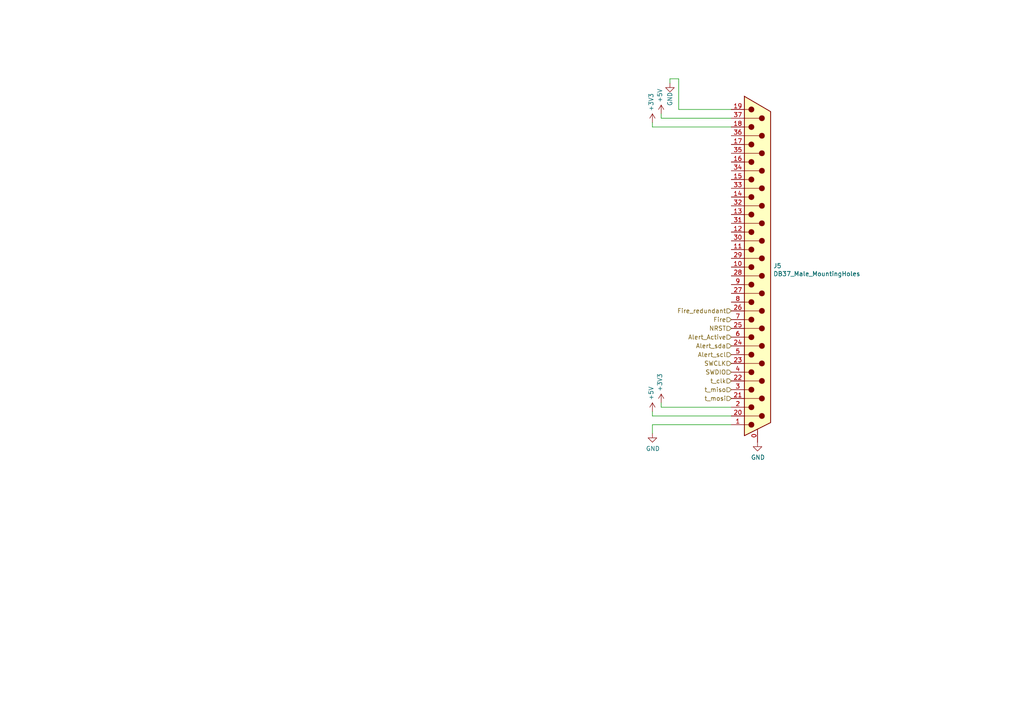
<source format=kicad_sch>
(kicad_sch (version 20211123) (generator eeschema)
  (paper "A4")
  (title_block (title "DSUB Connector") (date "2022-03-24") (rev "v2.0.0") (company "When HAMs Fly Senior Design Team") (comment 1 "https://github.com/MSTRocketDesignTeam/Avionics-Telemetry-PCB") (comment 2 "Board Revision 2") (comment 3 "Schematic depicting logical connections between components"))
  (lib_symbols
    (symbol "Connector:DB37_Male_MountingHoles" (pin_names (offset 1.016) hide)
      (property "Reference" "J" (at 0 52.705 0))
      (property "Value" "DB37_Male_MountingHoles" (at 0 50.8 0))
      (symbol "DB37_Male_MountingHoles_0_1"
        (circle (center -1.778 -45.72) (radius 0.762) (fill (type outline)))
        (circle (center -1.778 -40.64) (radius 0.762) (fill (type outline)))
        (circle (center -1.778 -35.56) (radius 0.762) (fill (type outline)))
        (circle (center -1.778 -30.48) (radius 0.762) (fill (type outline)))
        (circle (center -1.778 -25.4) (radius 0.762) (fill (type outline)))
        (circle (center -1.778 -20.32) (radius 0.762) (fill (type outline)))
        (circle (center -1.778 -15.24) (radius 0.762) (fill (type outline)))
        (circle (center -1.778 -10.16) (radius 0.762) (fill (type outline)))
        (circle (center -1.778 -5.08) (radius 0.762) (fill (type outline)))
        (circle (center -1.778 0) (radius 0.762) (fill (type outline)))
        (circle (center -1.778 5.08) (radius 0.762) (fill (type outline)))
        (circle (center -1.778 10.16) (radius 0.762) (fill (type outline)))
        (circle (center -1.778 15.24) (radius 0.762) (fill (type outline)))
        (circle (center -1.778 20.32) (radius 0.762) (fill (type outline)))
        (circle (center -1.778 25.4) (radius 0.762) (fill (type outline)))
        (circle (center -1.778 30.48) (radius 0.762) (fill (type outline)))
        (circle (center -1.778 35.56) (radius 0.762) (fill (type outline)))
        (circle (center -1.778 40.64) (radius 0.762) (fill (type outline)))
        (circle (center -1.778 45.72) (radius 0.762) (fill (type outline)))
        (polyline (pts (xy -3.81 -45.72) (xy -2.54 -45.72)))
        (polyline (pts (xy -3.81 -43.18) (xy 0.508 -43.18)))
        (polyline (pts (xy -3.81 -40.64) (xy -2.54 -40.64)))
        (polyline (pts (xy -3.81 -38.1) (xy 0.508 -38.1)))
        (polyline (pts (xy -3.81 -35.56) (xy -2.54 -35.56)))
        (polyline (pts (xy -3.81 -33.02) (xy 0.508 -33.02)))
        (polyline (pts (xy -3.81 -30.48) (xy -2.54 -30.48)))
        (polyline (pts (xy -3.81 -27.94) (xy 0.508 -27.94)))
        (polyline (pts (xy -3.81 -25.4) (xy -2.54 -25.4)))
        (polyline (pts (xy -3.81 -22.86) (xy 0.508 -22.86)))
        (polyline (pts (xy -3.81 -20.32) (xy -2.54 -20.32)))
        (polyline (pts (xy -3.81 -17.78) (xy 0.508 -17.78)))
        (polyline (pts (xy -3.81 -15.24) (xy -2.54 -15.24)))
        (polyline (pts (xy -3.81 -12.7) (xy 0.508 -12.7)))
        (polyline (pts (xy -3.81 -10.16) (xy -2.54 -10.16)))
        (polyline (pts (xy -3.81 -7.62) (xy 0.508 -7.62)))
        (polyline (pts (xy -3.81 -5.08) (xy -2.54 -5.08)))
        (polyline (pts (xy -3.81 -2.54) (xy 0.508 -2.54)))
        (polyline (pts (xy -3.81 0) (xy -2.54 0)))
        (polyline (pts (xy -3.81 2.54) (xy 0.508 2.54)))
        (polyline (pts (xy -3.81 5.08) (xy -2.54 5.08)))
        (polyline (pts (xy -3.81 7.62) (xy 0.508 7.62)))
        (polyline (pts (xy -3.81 10.16) (xy -2.54 10.16)))
        (polyline (pts (xy -3.81 12.7) (xy 0.508 12.7)))
        (polyline (pts (xy -3.81 15.24) (xy -2.54 15.24)))
        (polyline (pts (xy -3.81 17.78) (xy 0.508 17.78)))
        (polyline (pts (xy -3.81 20.32) (xy -2.54 20.32)))
        (polyline (pts (xy -3.81 22.86) (xy 0.508 22.86)))
        (polyline (pts (xy -3.81 25.4) (xy -2.54 25.4)))
        (polyline (pts (xy -3.81 27.94) (xy 0.508 27.94)))
        (polyline (pts (xy -3.81 30.48) (xy -2.54 30.48)))
        (polyline (pts (xy -3.81 33.02) (xy 0.508 33.02)))
        (polyline (pts (xy -3.81 35.56) (xy -2.54 35.56)))
        (polyline (pts (xy -3.81 38.1) (xy 0.508 38.1)))
        (polyline (pts (xy -3.81 40.64) (xy -2.54 40.64)))
        (polyline (pts (xy -3.81 43.18) (xy 0.508 43.18)))
        (polyline (pts (xy -3.81 45.72) (xy -2.54 45.72)))
        (polyline (pts (xy -3.81 49.53) (xy 3.81 45.085) (xy 3.81 -45.085) (xy -3.81 -48.895) (xy -3.81 49.53)) (stroke (width 0.254)) (fill (type background)))
        (circle (center 1.27 -43.18) (radius 0.762) (fill (type outline)))
        (circle (center 1.27 -38.1) (radius 0.762) (fill (type outline)))
        (circle (center 1.27 -33.02) (radius 0.762) (fill (type outline)))
        (circle (center 1.27 -27.94) (radius 0.762) (fill (type outline)))
        (circle (center 1.27 -22.86) (radius 0.762) (fill (type outline)))
        (circle (center 1.27 -17.78) (radius 0.762) (fill (type outline)))
        (circle (center 1.27 -12.7) (radius 0.762) (fill (type outline)))
        (circle (center 1.27 -7.62) (radius 0.762) (fill (type outline)))
        (circle (center 1.27 -2.54) (radius 0.762) (fill (type outline)))
        (circle (center 1.27 2.54) (radius 0.762) (fill (type outline)))
        (circle (center 1.27 7.62) (radius 0.762) (fill (type outline)))
        (circle (center 1.27 12.7) (radius 0.762) (fill (type outline)))
        (circle (center 1.27 17.78) (radius 0.762) (fill (type outline)))
        (circle (center 1.27 22.86) (radius 0.762) (fill (type outline)))
        (circle (center 1.27 27.94) (radius 0.762) (fill (type outline)))
        (circle (center 1.27 33.02) (radius 0.762) (fill (type outline)))
        (circle (center 1.27 38.1) (radius 0.762) (fill (type outline)))
        (circle (center 1.27 43.18) (radius 0.762) (fill (type outline)))
      )
      (symbol "DB37_Male_MountingHoles_1_1"
        (pin passive line (at 0 -50.8 90) (length 3.81) (name "PAD") (number "0"))
        (pin passive line (at -7.62 -45.72 0) (length 3.81) (name "1") (number "1"))
        (pin passive line (at -7.62 0 0) (length 3.81) (name "10") (number "10"))
        (pin passive line (at -7.62 5.08 0) (length 3.81) (name "11") (number "11"))
        (pin passive line (at -7.62 10.16 0) (length 3.81) (name "12") (number "12"))
        (pin passive line (at -7.62 15.24 0) (length 3.81) (name "13") (number "13"))
        (pin passive line (at -7.62 20.32 0) (length 3.81) (name "14") (number "14"))
        (pin passive line (at -7.62 25.4 0) (length 3.81) (name "15") (number "15"))
        (pin passive line (at -7.62 30.48 0) (length 3.81) (name "16") (number "16"))
        (pin passive line (at -7.62 35.56 0) (length 3.81) (name "17") (number "17"))
        (pin passive line (at -7.62 40.64 0) (length 3.81) (name "18") (number "18"))
        (pin passive line (at -7.62 45.72 0) (length 3.81) (name "19") (number "19"))
        (pin passive line (at -7.62 -40.64 0) (length 3.81) (name "2") (number "2"))
        (pin passive line (at -7.62 -43.18 0) (length 3.81) (name "20") (number "20"))
        (pin passive line (at -7.62 -38.1 0) (length 3.81) (name "21") (number "21"))
        (pin passive line (at -7.62 -33.02 0) (length 3.81) (name "22") (number "22"))
        (pin passive line (at -7.62 -27.94 0) (length 3.81) (name "23") (number "23"))
        (pin passive line (at -7.62 -22.86 0) (length 3.81) (name "24") (number "24"))
        (pin passive line (at -7.62 -17.78 0) (length 3.81) (name "25") (number "25"))
        (pin passive line (at -7.62 -12.7 0) (length 3.81) (name "26") (number "26"))
        (pin passive line (at -7.62 -7.62 0) (length 3.81) (name "27") (number "27"))
        (pin passive line (at -7.62 -2.54 0) (length 3.81) (name "28") (number "28"))
        (pin passive line (at -7.62 2.54 0) (length 3.81) (name "29") (number "29"))
        (pin passive line (at -7.62 -35.56 0) (length 3.81) (name "3") (number "3"))
        (pin passive line (at -7.62 7.62 0) (length 3.81) (name "30") (number "30"))
        (pin passive line (at -7.62 12.7 0) (length 3.81) (name "31") (number "31"))
        (pin passive line (at -7.62 17.78 0) (length 3.81) (name "32") (number "32"))
        (pin passive line (at -7.62 22.86 0) (length 3.81) (name "33") (number "33"))
        (pin passive line (at -7.62 27.94 0) (length 3.81) (name "34") (number "34"))
        (pin passive line (at -7.62 33.02 0) (length 3.81) (name "35") (number "35"))
        (pin passive line (at -7.62 38.1 0) (length 3.81) (name "36") (number "36"))
        (pin passive line (at -7.62 43.18 0) (length 3.81) (name "37") (number "37"))
        (pin passive line (at -7.62 -30.48 0) (length 3.81) (name "4") (number "4"))
        (pin passive line (at -7.62 -25.4 0) (length 3.81) (name "5") (number "5"))
        (pin passive line (at -7.62 -20.32 0) (length 3.81) (name "6") (number "6"))
        (pin passive line (at -7.62 -15.24 0) (length 3.81) (name "7") (number "7"))
        (pin passive line (at -7.62 -10.16 0) (length 3.81) (name "8") (number "8"))
        (pin passive line (at -7.62 -5.08 0) (length 3.81) (name "9") (number "9"))
      )
    )
    (symbol "power:+3.3V" (power) (pin_names (offset 0))
      (property "Value" "+3.3V" (at 0 3.556 0))
      (symbol "+3.3V_0_1"
        (polyline (pts (xy -0.762 1.27) (xy 0 2.54)))
        (polyline (pts (xy 0 0) (xy 0 2.54)))
        (polyline (pts (xy 0 2.54) (xy 0.762 1.27)))
      )
      (symbol "+3.3V_1_1"
        (pin power_in line (at 0 0 90) (length 0) hide (name "+3V3") (number "1"))
      )
    )
    (symbol "power:+5V" (power) (pin_names (offset 0))
      (property "Value" "+5V" (at 0 3.556 0))
      (symbol "+5V_0_1"
        (polyline (pts (xy -0.762 1.27) (xy 0 2.54)))
        (polyline (pts (xy 0 0) (xy 0 2.54)))
        (polyline (pts (xy 0 2.54) (xy 0.762 1.27)))
      )
      (symbol "+5V_1_1"
        (pin power_in line (at 0 0 90) (length 0) hide (name "+5V") (number "1"))
      )
    )
    (symbol "power:GND" (power) (pin_names (offset 0))
      (property "Value" "GND" (at 0 -3.81 0))
      (symbol "GND_0_1"
        (polyline (pts (xy 0 0) (xy 0 -1.27) (xy 1.27 -1.27) (xy 0 -2.54) (xy -1.27 -1.27) (xy 0 -1.27)))
      )
      (symbol "GND_1_1"
        (pin power_in line (at 0 0 270) (length 0) hide (name "GND") (number "1"))
      )
    )
  )
  (wire (pts (xy 189.23 120.65) (xy 189.23 119.38)))
  (wire (pts (xy 194.31 22.86) (xy 194.31 24.13)))
  (wire (pts (xy 189.23 120.65) (xy 212.09 120.65)))
  (wire (pts (xy 191.77 34.29) (xy 212.09 34.29)))
  (wire (pts (xy 212.09 31.75) (xy 196.85 31.75)))
  (wire (pts (xy 191.77 34.29) (xy 191.77 33.02)))
  (wire (pts (xy 191.77 118.11) (xy 212.09 118.11)))
  (wire (pts (xy 189.23 123.19) (xy 212.09 123.19)))
  (wire (pts (xy 189.23 36.83) (xy 189.23 35.56)))
  (wire (pts (xy 196.85 31.75) (xy 196.85 22.86)))
  (wire (pts (xy 191.77 118.11) (xy 191.77 116.84)))
  (wire (pts (xy 189.23 125.73) (xy 189.23 123.19)))
  (wire (pts (xy 196.85 22.86) (xy 194.31 22.86)))
  (wire (pts (xy 189.23 36.83) (xy 212.09 36.83)))
  (hierarchical_label "Alert_Active" (shape input) (at 212.09 97.79 180))
  (hierarchical_label "t_mosi" (shape input) (at 212.09 115.57 180))
  (hierarchical_label "NRST" (shape input) (at 212.09 95.25 180))
  (hierarchical_label "SWDIO" (shape input) (at 212.09 107.95 180))
  (hierarchical_label "Fire" (shape input) (at 212.09 92.71 180))
  (hierarchical_label "SWCLK" (shape input) (at 212.09 105.41 180))
  (hierarchical_label "t_miso" (shape input) (at 212.09 113.03 180))
  (hierarchical_label "Alert_scl" (shape input) (at 212.09 102.87 180))
  (hierarchical_label "Fire_redundant" (shape input) (at 212.09 90.17 180))
  (hierarchical_label "Alert_sda" (shape input) (at 212.09 100.33 180))
  (hierarchical_label "t_clk" (shape input) (at 212.09 110.49 180))
  (symbol (lib_id "power:+5V") (at 189.23 119.38 0) (mirror y) (unit 1)
    (property "Reference" "#PWR039" (effects hide))
    (property "Value" "+5V" (at 188.849 116.1288 90) (effects (justify left)))
  )
  (symbol (lib_id "power:+3.3V") (at 191.77 116.84 0) (mirror y) (unit 1)
    (property "Reference" "#PWR042" (effects hide))
    (property "Value" "+3.3V" (at 191.389 113.5888 90) (effects (justify left)))
  )
  (symbol (lib_id "Connector:DB37_Male_MountingHoles") (at 219.71 77.47 0) (unit 1)
    (property "Reference" "J5" (at 224.282 77.1144 0) (effects (justify left)))
    (property "Value" "DB37_Male_MountingHoles" (at 224.282 79.4258 0) (effects (justify left)))
    (property "Footprint" "RDT_Custom_Footprints:L717SDC37P1ACH4F" (effects hide))
    (property "Datasheet" " ~" (effects hide))
  )
  (symbol (lib_id "power:+5V") (at 191.77 33.02 0) (mirror y) (unit 1)
    (property "Reference" "#PWR041" (effects hide))
    (property "Value" "+5V" (at 191.389 29.7688 90) (effects (justify left)))
  )
  (symbol (lib_id "power:+3.3V") (at 189.23 35.56 0) (mirror y) (unit 1)
    (property "Reference" "#PWR038" (effects hide))
    (property "Value" "+3.3V" (at 188.849 32.3088 90) (effects (justify left)))
  )
  (symbol (lib_id "power:GND") (at 189.23 125.73 0) (unit 1)
    (property "Reference" "#PWR040" (effects hide))
    (property "Value" "GND" (at 189.357 130.1242 0))
  )
  (symbol (lib_id "power:GND") (at 194.31 24.13 0) (unit 1)
    (property "Reference" "#PWR043" (effects hide))
    (property "Value" "GND" (at 194.31 26.67 90) (effects (justify right)))
  )
  (symbol (lib_id "power:GND") (at 219.71 128.27 0) (unit 1)
    (property "Reference" "#PWR045" (effects hide))
    (property "Value" "GND" (at 219.837 132.6642 0))
  )
)
</source>
